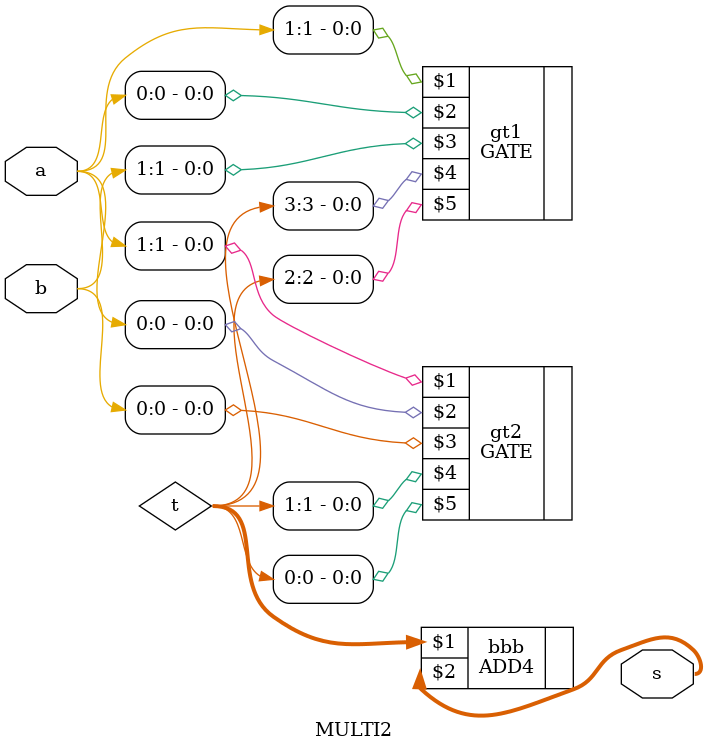
<source format=v>
module MULTI2(a,b,s);

  input [1:0] a; 
  input [1:0] b;
  output [3:0] s;
  wire [3:0] t;
  
  GATE gt1(a[1],a[0],b[1],t[3], t[2]);
  GATE gt2(a[1],a[0],b[0],t[1], t[0]);
  
  ADD4 bbb(t,s);

endmodule

</source>
